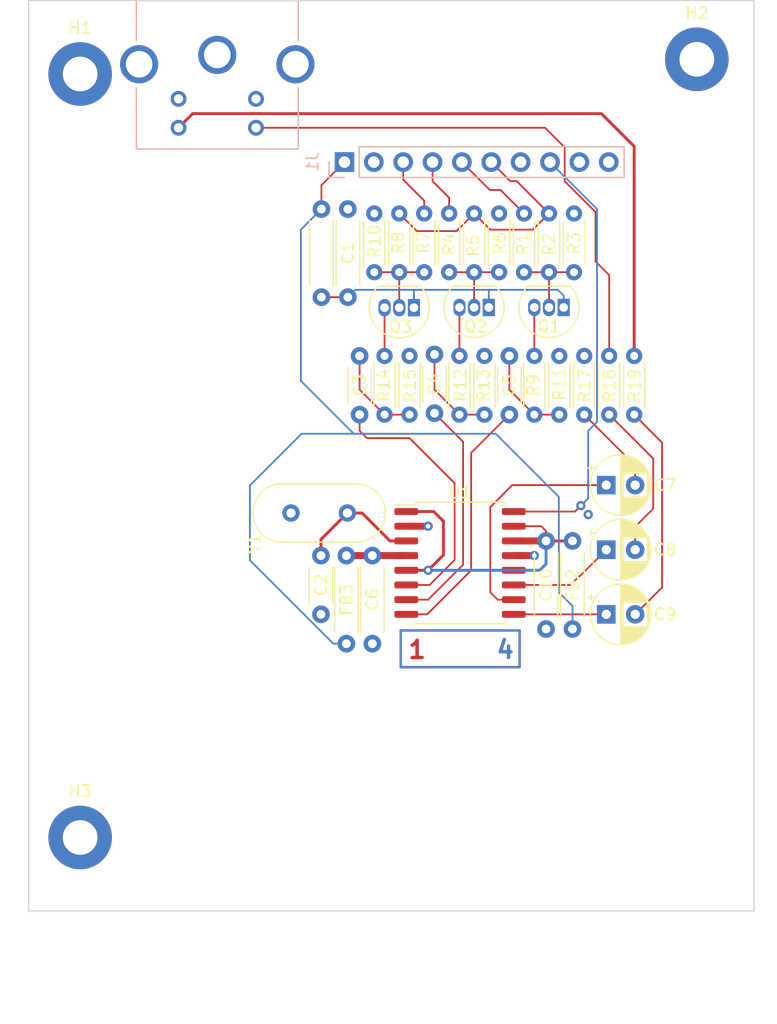
<source format=kicad_pcb>
(kicad_pcb (version 20221018) (generator pcbnew)
  (layers (0 "F.Cu" signal) (1 "In1.Cu" power) (2 "In2.Cu" power) (31 "B.Cu" signal) (34 "B.Paste" user) (35 "F.Paste" user) (36 "B.SilkS" user "B.Silkscreen") (37 "F.SilkS" user "F.Silkscreen") (38 "B.Mask" user) (39 "F.Mask" user) (44 "Edge.Cuts" user))
  (net 0 "")
  (net 1 "GNDD")
  (net 2 "/RIN")
  (net 3 "/GIN")
  (net 4 "/BIN")
  (net 5 "Net-(U1-FIN)")
  (net 6 "Net-(U1-RIN)")
  (net 7 "Net-(U1-GIN)")
  (net 8 "/Vc")
  (net 9 "/SYNC")
  (net 10 "/nSYNC")
  (net 11 "/LUMA")
  (net 12 "/CRMA")
  (net 13 "/CMPS")
  (net 14 "VCC")
  (net 15 "/G")
  (net 16 "/R")
  (net 17 "/B")
  (net 18 "/I")
  (net 19 "Net-(U1-BIN)")
  (net 20 "Net-(U1-CMPS)")
  (net 21 "Net-(C7-Pad2)")
  (net 22 "Net-(U1-LUMA)")
  (net 23 "Net-(C8-Pad2)")
  (net 24 "Net-(Q1-C)")
  (net 25 "Net-(Q1-B)")
  (net 26 "Net-(Q1-E)")
  (net 27 "Net-(Q3-B)")
  (net 28 "Net-(Q3-E)")
  (net 29 "Net-(U1-CRMA)")
  (net 30 "Net-(C9-Pad2)")
  (net 31 "Net-(Q2-B)")
  (net 32 "Net-(Q2-E)")
  (net 33 "/DPOS")
  (net 34 "/APOS")
  (footprint "Resistor_THT:R_Axial_DIN0204_L3.6mm_D1.6mm_P5.08mm_Horizontal" (layer "F.Cu") (at 95.798 71.755 90)
    (fp_text reference "R7" (at 2.562 -0.05 90) (layer "F.SilkS"))
    (fp_text value "3K9")
    (pad "1" thru_hole circle (at 0 0 90) (size 1.4 1.4) (drill 0.7) (layers "*.Cu" "*.Mask") (net 27 "Net-(Q3-B)"))
    (pad "2" thru_hole oval (at 5.08 0 90) (size 1.4 1.4) (drill 0.7) (layers "*.Cu" "*.Mask") (net 16 "/R"))
  )
  (footprint "Cobra_original:C_THT_762_254" (layer "F.Cu") (at 89.194 73.914 90)
    (fp_text reference "C1" (at 3.81 0 90) (layer "F.SilkS"))
    (fp_text value "100n")
    (pad "1" thru_hole circle (at 0 0 90) (size 1.524 1.524) (drill 0.762) (layers "*.Cu" "*.Mask") (net 24 "Net-(Q1-C)"))
    (pad "2" thru_hole circle (at 7.62 0 90) (size 1.524 1.524) (drill 0.762) (layers "*.Cu" "*.Mask") (net 1 "GNDD"))
  )
  (footprint "Resistor_THT:R_Axial_DIN0204_L3.6mm_D1.6mm_P5.08mm_Horizontal" (layer "F.Cu") (at 100.116 71.755 90)
    (fp_text reference "R5" (at 2.308 -0.1 90) (layer "F.SilkS"))
    (fp_text value "18K")
    (pad "1" thru_hole circle (at 0 0 90) (size 1.4 1.4) (drill 0.7) (layers "*.Cu" "*.Mask") (net 31 "Net-(Q2-B)"))
    (pad "2" thru_hole oval (at 5.08 0 90) (size 1.4 1.4) (drill 0.7) (layers "*.Cu" "*.Mask") (net 18 "/I"))
  )
  (footprint "Cobra_original:C_THT_508_254" (layer "F.Cu") (at 86.868 101.346 90)
    (fp_text reference "C2" (at 2.54 0 90) (layer "F.SilkS"))
    (fp_text value "10p")
    (pad "1" thru_hole circle (at 0 0 90) (size 1.524 1.524) (drill 0.762) (layers "*.Cu" "*.Mask") (net 1 "GNDD"))
    (pad "2" thru_hole circle (at 5.08 0 90) (size 1.524 1.524) (drill 0.762) (layers "*.Cu" "*.Mask") (net 5 "Net-(U1-FIN)"))
  )
  (footprint "cobra_soics:SOIC-16W_7.5x10.3mm_P1.27mm" (layer "F.Cu") (at 98.895 96.901)
    (fp_text reference "U1" (at 0 -6.1) (layer "F.SilkS"))
    (fp_text value "~")
    (pad "1" smd roundrect (at -4.65 -4.445) (size 2.05 0.6) (layers "F.Cu" "F.Paste" "F.Mask") (net 33 "/DPOS"))
    (pad "2" smd roundrect (at -4.65 -3.175) (size 2.05 0.6) (layers "F.Cu" "F.Paste" "F.Mask") (net 1 "GNDD"))
    (pad "3" smd roundrect (at -4.65 -1.905) (size 2.05 0.6) (layers "F.Cu" "F.Paste" "F.Mask") (net 5 "Net-(U1-FIN)"))
    (pad "4" smd roundrect (at -4.65 -0.635) (size 2.05 0.6) (layers "F.Cu" "F.Paste" "F.Mask") (net 34 "/APOS"))
    (pad "5" smd roundrect (at -4.65 0.635) (size 2.05 0.6) (layers "F.Cu" "F.Paste" "F.Mask") (net 33 "/DPOS"))
    (pad "6" smd roundrect (at -4.65 1.905) (size 2.05 0.6) (layers "F.Cu" "F.Paste" "F.Mask") (net 6 "Net-(U1-RIN)"))
    (pad "7" smd roundrect (at -4.65 3.175) (size 2.05 0.6) (layers "F.Cu" "F.Paste" "F.Mask") (net 7 "Net-(U1-GIN)"))
    (pad "8" smd roundrect (at -4.65 4.445) (size 2.05 0.6) (layers "F.Cu" "F.Paste" "F.Mask") (net 19 "Net-(U1-BIN)"))
    (pad "9" smd roundrect (at 4.65 4.445) (size 2.05 0.6) (layers "F.Cu" "F.Paste" "F.Mask") (net 29 "Net-(U1-CRMA)"))
    (pad "10" smd roundrect (at 4.65 3.175) (size 2.05 0.6) (layers "F.Cu" "F.Paste" "F.Mask") (net 20 "Net-(U1-CMPS)"))
    (pad "11" smd roundrect (at 4.65 1.905) (size 2.05 0.6) (layers "F.Cu" "F.Paste" "F.Mask") (net 22 "Net-(U1-LUMA)"))
    (pad "12" smd roundrect (at 4.65 0.635) (size 2.05 0.6) (layers "F.Cu" "F.Paste" "F.Mask") (net 33 "/DPOS"))
    (pad "13" smd roundrect (at 4.65 -0.635) (size 2.05 0.6) (layers "F.Cu" "F.Paste" "F.Mask") (net 1 "GNDD"))
    (pad "14" smd roundrect (at 4.65 -1.905) (size 2.05 0.6) (layers "F.Cu" "F.Paste" "F.Mask") (net 33 "/DPOS"))
    (pad "15" smd roundrect (at 4.65 -3.175) (size 2.05 0.6) (layers "F.Cu" "F.Paste" "F.Mask") (net 33 "/DPOS"))
    (pad "16" smd roundrect (at 4.65 -4.445) (size 2.05 0.6) (layers "F.Cu" "F.Paste" "F.Mask") (net 9 "/SYNC"))
  )
  (footprint "Capacitor_THT:CP_Radial_D5.0mm_P2.50mm" (layer "F.Cu") (at 111.546 95.758)
    (fp_text reference "C8" (at 5.08 0) (layer "F.SilkS"))
    (fp_text value "100u")
    (pad "1" thru_hole rect (at 0 0) (size 1.6 1.6) (drill 0.8) (layers "*.Cu" "*.Mask") (net 22 "Net-(U1-LUMA)"))
    (pad "2" thru_hole circle (at 2.5 0) (size 1.6 1.6) (drill 0.8) (layers "*.Cu" "*.Mask") (net 23 "Net-(C8-Pad2)"))
  )
  (footprint "Cobra_original:C_THT_508_254" (layer "F.Cu") (at 90.21 78.994 -90)
    (fp_text reference "C3" (at 2.54 0 90) (layer "F.SilkS"))
    (fp_text value "100n")
    (pad "1" thru_hole circle (at 0 0 270) (size 1.524 1.524) (drill 0.762) (layers "*.Cu" "*.Mask") (net 2 "/RIN"))
    (pad "2" thru_hole circle (at 5.08 0 270) (size 1.524 1.524) (drill 0.762) (layers "*.Cu" "*.Mask") (net 6 "Net-(U1-RIN)"))
  )
  (footprint "Resistor_THT:R_Axial_DIN0204_L3.6mm_D1.6mm_P5.08mm_Horizontal" (layer "F.Cu") (at 102.275 66.675 -90)
    (fp_text reference "R6" (at 2.562 -0.075 90) (layer "F.SilkS"))
    (fp_text value "2K2")
    (pad "1" thru_hole circle (at 0 0 270) (size 1.4 1.4) (drill 0.7) (layers "*.Cu" "*.Mask") (net 1 "GNDD"))
    (pad "2" thru_hole oval (at 5.08 0 270) (size 1.4 1.4) (drill 0.7) (layers "*.Cu" "*.Mask") (net 31 "Net-(Q2-B)"))
  )
  (footprint "Resistor_THT:R_Axial_DIN0204_L3.6mm_D1.6mm_P5.08mm_Horizontal" (layer "F.Cu") (at 108.752 66.675 -90)
    (fp_text reference "R3" (at 2.562 -0.023 90) (layer "F.SilkS"))
    (fp_text value "2K2")
    (pad "1" thru_hole circle (at 0 0 270) (size 1.4 1.4) (drill 0.7) (layers "*.Cu" "*.Mask") (net 1 "GNDD"))
    (pad "2" thru_hole oval (at 5.08 0 270) (size 1.4 1.4) (drill 0.7) (layers "*.Cu" "*.Mask") (net 25 "Net-(Q1-B)"))
  )
  (footprint "Resistor_THT:R_Axial_DIN0204_L3.6mm_D1.6mm_P5.08mm_Horizontal" (layer "F.Cu") (at 111.8 84.074 90)
    (fp_text reference "R18" (at 2.504 0.027 90) (layer "F.SilkS"))
    (fp_text value "75")
    (pad "1" thru_hole circle (at 0 0 90) (size 1.4 1.4) (drill 0.7) (layers "*.Cu" "*.Mask") (net 23 "Net-(C8-Pad2)"))
    (pad "2" thru_hole oval (at 5.08 0 90) (size 1.4 1.4) (drill 0.7) (layers "*.Cu" "*.Mask") (net 11 "/LUMA"))
  )
  (footprint "Cobra_original:C_THT_762_254" (layer "F.Cu") (at 89.067 96.266 -90)
    (fp_text reference "FB3" (at 3.81 0 90) (layer "F.SilkS"))
    (fp_text value "FerriteBead_Small")
    (pad "1" thru_hole circle (at 0 0 270) (size 1.524 1.524) (drill 0.762) (layers "*.Cu" "*.Mask") (net 34 "/APOS"))
    (pad "2" thru_hole circle (at 7.62 0 270) (size 1.524 1.524) (drill 0.762) (layers "*.Cu" "*.Mask") (net 14 "VCC"))
  )
  (footprint "Cobra_original:C_THT_508_254" (layer "F.Cu") (at 103.164 78.994 -90)
    (fp_text reference "C5" (at 2.54 0 90) (layer "F.SilkS"))
    (fp_text value "100n")
    (pad "1" thru_hole circle (at 0 0 270) (size 1.524 1.524) (drill 0.762) (layers "*.Cu" "*.Mask") (net 4 "/BIN"))
    (pad "2" thru_hole circle (at 5.08 0 270) (size 1.524 1.524) (drill 0.762) (layers "*.Cu" "*.Mask") (net 19 "Net-(U1-BIN)"))
  )
  (footprint "Resistor_THT:R_Axial_DIN0204_L3.6mm_D1.6mm_P5.08mm_Horizontal" (layer "F.Cu") (at 106.593 71.755 90)
    (fp_text reference "R2" (at 2.413 0 90) (layer "F.SilkS"))
    (fp_text value "18K")
    (pad "1" thru_hole circle (at 0 0 90) (size 1.4 1.4) (drill 0.7) (layers "*.Cu" "*.Mask") (net 25 "Net-(Q1-B)"))
    (pad "2" thru_hole oval (at 5.08 0 90) (size 1.4 1.4) (drill 0.7) (layers "*.Cu" "*.Mask") (net 18 "/I"))
  )
  (footprint "Cobra_original:C_THT_508_254" (layer "F.Cu") (at 96.687 78.867 -90)
    (fp_text reference "C4" (at 2.54 0 90) (layer "F.SilkS"))
    (fp_text value "100n")
    (pad "1" thru_hole circle (at 0 0 270) (size 1.524 1.524) (drill 0.762) (layers "*.Cu" "*.Mask") (net 3 "/GIN"))
    (pad "2" thru_hole circle (at 5.08 0 270) (size 1.524 1.524) (drill 0.762) (layers "*.Cu" "*.Mask") (net 7 "Net-(U1-GIN)"))
  )
  (footprint "Resistor_THT:R_Axial_DIN0204_L3.6mm_D1.6mm_P5.08mm_Horizontal" (layer "F.Cu") (at 113.959 84.074 90)
    (fp_text reference "R19" (at 2.504 0.027 90) (layer "F.SilkS"))
    (fp_text value "75")
    (pad "1" thru_hole circle (at 0 0 90) (size 1.4 1.4) (drill 0.7) (layers "*.Cu" "*.Mask") (net 30 "Net-(C9-Pad2)"))
    (pad "2" thru_hole oval (at 5.08 0 90) (size 1.4 1.4) (drill 0.7) (layers "*.Cu" "*.Mask") (net 12 "/CRMA"))
  )
  (footprint "Resistor_THT:R_Axial_DIN0204_L3.6mm_D1.6mm_P5.08mm_Horizontal" (layer "F.Cu") (at 107.482 84.074 90)
    (fp_text reference "R11" (at 2.66 0.002 90) (layer "F.SilkS"))
    (fp_text value "75")
    (pad "1" thru_hole circle (at 0 0 90) (size 1.4 1.4) (drill 0.7) (layers "*.Cu" "*.Mask") (net 4 "/BIN"))
    (pad "2" thru_hole oval (at 5.08 0 90) (size 1.4 1.4) (drill 0.7) (layers "*.Cu" "*.Mask") (net 1 "GNDD"))
  )
  (footprint "Resistor_THT:R_Axial_DIN0204_L3.6mm_D1.6mm_P5.08mm_Horizontal" (layer "F.Cu") (at 92.369 78.994 -90)
    (fp_text reference "R14" (at 2.533 0.077 90) (layer "F.SilkS"))
    (fp_text value "68")
    (pad "1" thru_hole circle (at 0 0 270) (size 1.4 1.4) (drill 0.7) (layers "*.Cu" "*.Mask") (net 28 "Net-(Q3-E)"))
    (pad "2" thru_hole oval (at 5.08 0 270) (size 1.4 1.4) (drill 0.7) (layers "*.Cu" "*.Mask") (net 2 "/RIN"))
  )
  (footprint "Capacitor_THT:CP_Radial_D5.0mm_P2.50mm" (layer "F.Cu") (at 111.546 90.17)
    (fp_text reference "C7" (at 5.08 0) (layer "F.SilkS"))
    (fp_text value "100u")
    (pad "1" thru_hole rect (at 0 0) (size 1.6 1.6) (drill 0.8) (layers "*.Cu" "*.Mask") (net 20 "Net-(U1-CMPS)"))
    (pad "2" thru_hole circle (at 2.5 0) (size 1.6 1.6) (drill 0.8) (layers "*.Cu" "*.Mask") (net 21 "Net-(C7-Pad2)"))
  )
  (footprint "Cobra_original:MountingHole_3mm_Pad" (layer "F.Cu") (at 119.38 53.34)
    (fp_text reference "H2" (at 0 -4) (layer "F.SilkS"))
    (fp_text value "MountingHole_Pad")
    (pad "1" thru_hole circle (at 0 0) (size 5.5 5.5) (drill 3) (layers "*.Cu" "*.Mask") (net 1 "GNDD"))
  )
  (footprint "Package_TO_SOT_THT:TO-92_Inline" (layer "F.Cu") (at 94.909 74.824 180)
    (fp_text reference "Q3" (at 1.143 -1.651) (layer "F.SilkS"))
    (fp_text value "BC548")
    (pad "1" thru_hole rect (at 0 0 180) (size 1.05 1.5) (drill 0.75) (layers "*.Cu" "*.Mask") (net 24 "Net-(Q1-C)"))
    (pad "2" thru_hole oval (at 1.27 0 180) (size 1.05 1.5) (drill 0.75) (layers "*.Cu" "*.Mask") (net 27 "Net-(Q3-B)"))
    (pad "3" thru_hole oval (at 2.54 0 180) (size 1.05 1.5) (drill 0.75) (layers "*.Cu" "*.Mask") (net 28 "Net-(Q3-E)"))
  )
  (footprint "Resistor_THT:R_Axial_DIN0204_L3.6mm_D1.6mm_P5.08mm_Horizontal" (layer "F.Cu") (at 98.846 78.994 -90)
    (fp_text reference "R12" (at 2.533 -0.1 90) (layer "F.SilkS"))
    (fp_text value "68")
    (pad "1" thru_hole circle (at 0 0 270) (size 1.4 1.4) (drill 0.7) (layers "*.Cu" "*.Mask") (net 32 "Net-(Q2-E)"))
    (pad "2" thru_hole oval (at 5.08 0 270) (size 1.4 1.4) (drill 0.7) (layers "*.Cu" "*.Mask") (net 3 "/GIN"))
  )
  (footprint "Package_TO_SOT_THT:TO-92_Inline" (layer "F.Cu") (at 101.386 74.803 180)
    (fp_text reference "Q2" (at 1.143 -1.651) (layer "F.SilkS"))
    (fp_text value "BC548")
    (pad "1" thru_hole rect (at 0 0 180) (size 1.05 1.5) (drill 0.75) (layers "*.Cu" "*.Mask") (net 24 "Net-(Q1-C)"))
    (pad "2" thru_hole oval (at 1.27 0 180) (size 1.05 1.5) (drill 0.75) (layers "*.Cu" "*.Mask") (net 31 "Net-(Q2-B)"))
    (pad "3" thru_hole oval (at 2.54 0 180) (size 1.05 1.5) (drill 0.75) (layers "*.Cu" "*.Mask") (net 32 "Net-(Q2-E)"))
  )
  (footprint "Capacitor_THT:CP_Radial_D5.0mm_P2.50mm" (layer "F.Cu") (at 111.546 101.346)
    (fp_text reference "C9" (at 5.08 0) (layer "F.SilkS"))
    (fp_text value "100u")
    (pad "1" thru_hole rect (at 0 0) (size 1.6 1.6) (drill 0.8) (layers "*.Cu" "*.Mask") (net 29 "Net-(U1-CRMA)"))
    (pad "2" thru_hole circle (at 2.5 0) (size 1.6 1.6) (drill 0.8) (layers "*.Cu" "*.Mask") (net 30 "Net-(C9-Pad2)"))
  )
  (footprint "Resistor_THT:R_Axial_DIN0204_L3.6mm_D1.6mm_P5.08mm_Horizontal" (layer "F.Cu") (at 94.528 84.074 90)
    (fp_text reference "R15" (at 2.504 0.027 90) (layer "F.SilkS"))
    (fp_text value "75")
    (pad "1" thru_hole circle (at 0 0 90) (size 1.4 1.4) (drill 0.7) (layers "*.Cu" "*.Mask") (net 2 "/RIN"))
    (pad "2" thru_hole oval (at 5.08 0 90) (size 1.4 1.4) (drill 0.7) (layers "*.Cu" "*.Mask") (net 1 "GNDD"))
  )
  (footprint "Resistor_THT:R_Axial_DIN0204_L3.6mm_D1.6mm_P5.08mm_Horizontal" (layer "F.Cu") (at 97.957 71.755 90)
    (fp_text reference "R4" (at 2.435 0.002 90) (layer "F.SilkS"))
    (fp_text value "3K9")
    (pad "1" thru_hole circle (at 0 0 90) (size 1.4 1.4) (drill 0.7) (layers "*.Cu" "*.Mask") (net 31 "Net-(Q2-B)"))
    (pad "2" thru_hole oval (at 5.08 0 90) (size 1.4 1.4) (drill 0.7) (layers "*.Cu" "*.Mask") (net 15 "/G"))
  )
  (footprint "Cobra_original:C_THT_762_254" (layer "F.Cu") (at 106.339 94.996 -90)
    (fp_text reference "C10" (at 3.81 0 90) (layer "F.SilkS"))
    (fp_text value "100n")
    (pad "1" thru_hole circle (at 0 0 270) (size 1.524 1.524) (drill 0.762) (layers "*.Cu" "*.Mask") (net 33 "/DPOS"))
    (pad "2" thru_hole circle (at 7.62 0 270) (size 1.524 1.524) (drill 0.762) (layers "*.Cu" "*.Mask") (net 1 "GNDD"))
  )
  (footprint "Cobra_original:MountingHole_3mm_Pad" (layer "F.Cu") (at 66.04 120.65)
    (fp_text reference "H3" (at 0 -4) (layer "F.SilkS"))
    (fp_text value "MountingHole_Pad")
    (pad "1" thru_hole circle (at 0 0) (size 5.5 5.5) (drill 3) (layers "*.Cu" "*.Mask") (net 1 "GNDD"))
  )
  (footprint "Cobra_original:MountingHole_3mm_Pad" (layer "F.Cu") (at 66.04 54.61)
    (fp_text reference "H1" (at 0 -4) (layer "F.SilkS"))
    (fp_text value "MountingHole_Pad")
    (pad "1" thru_hole circle (at 0 0) (size 5.5 5.5) (drill 3) (layers "*.Cu" "*.Mask") (net 1 "GNDD"))
  )
  (footprint "Resistor_THT:R_Axial_DIN0204_L3.6mm_D1.6mm_P5.08mm_Horizontal" (layer "F.Cu") (at 109.641 84.074 90)
    (fp_text reference "R17" (at 2.504 0.027 90) (layer "F.SilkS"))
    (fp_text value "75")
    (pad "1" thru_hole circle (at 0 0 90) (size 1.4 1.4) (drill 0.7) (layers "*.Cu" "*.Mask") (net 21 "Net-(C7-Pad2)"))
    (pad "2" thru_hole oval (at 5.08 0 90) (size 1.4 1.4) (drill 0.7) (layers "*.Cu" "*.Mask") (net 13 "/CMPS"))
  )
  (footprint "Resistor_THT:R_Axial_DIN0204_L3.6mm_D1.6mm_P5.08mm_Horizontal" (layer "F.Cu") (at 91.48 66.675 -90)
    (fp_text reference "R10" (at 2.406 -0.023 90) (layer "F.SilkS"))
    (fp_text value "2K2")
    (pad "1" thru_hole circle (at 0 0 270) (size 1.4 1.4) (drill 0.7) (layers "*.Cu" "*.Mask") (net 1 "GNDD"))
    (pad "2" thru_hole oval (at 5.08 0 270) (size 1.4 1.4) (drill 0.7) (layers "*.Cu" "*.Mask") (net 27 "Net-(Q3-B)"))
  )
  (footprint "Package_TO_SOT_THT:TO-92_Inline" (layer "F.Cu") (at 107.863 74.803 180)
    (fp_text reference "Q1" (at 1.27 -1.63) (layer "F.SilkS"))
    (fp_text value "BC548")
    (pad "1" thru_hole rect (at 0 0 180) (size 1.05 1.5) (drill 0.75) (layers "*.Cu" "*.Mask") (net 24 "Net-(Q1-C)"))
    (pad "2" thru_hole oval (at 1.27 0 180) (size 1.05 1.5) (drill 0.75) (layers "*.Cu" "*.Mask") (net 25 "Net-(Q1-B)"))
    (pad "3" thru_hole oval (at 2.54 0 180) (size 1.05 1.5) (drill 0.75) (layers "*.Cu" "*.Mask") (net 26 "Net-(Q1-E)"))
  )
  (footprint "Cobra_original:C_THT_762_254" (layer "F.Cu") (at 91.313 96.266 -90)
    (fp_text reference "C6" (at 3.81 0 90) (layer "F.SilkS"))
    (fp_text value "100n")
    (pad "1" thru_hole circle (at 0 0 270) (size 1.524 1.524) (drill 0.762) (layers "*.Cu" "*.Mask") (net 34 "/APOS"))
    (pad "2" thru_hole circle (at 7.62 0 270) (size 1.524 1.524) (drill 0.762) (layers "*.Cu" "*.Mask") (net 1 "GNDD"))
  )
  (footprint "Resistor_THT:R_Axial_DIN0204_L3.6mm_D1.6mm_P5.08mm_Horizontal" (layer "F.Cu") (at 93.639 71.755 90)
    (fp_text reference "R8" (at 2.54 -0.073 90) (layer "F.SilkS"))
    (fp_text value "18K")
    (pad "1" thru_hole circle (at 0 0 90) (size 1.4 1.4) (drill 0.7) (layers "*.Cu" "*.Mask") (net 27 "Net-(Q3-B)"))
    (pad "2" thru_hole oval (at 5.08 0 90) (size 1.4 1.4) (drill 0.7) (layers "*.Cu" "*.Mask") (net 18 "/I"))
  )
  (footprint "Resistor_THT:R_Axial_DIN0204_L3.6mm_D1.6mm_P5.08mm_Horizontal" (layer "F.Cu") (at 101.005 84.074 90)
    (fp_text reference "R13" (at 2.533 -0.075 90) (layer "F.SilkS"))
    (fp_text value "75")
    (pad "1" thru_hole circle (at 0 0 90) (size 1.4 1.4) (drill 0.7) (layers "*.Cu" "*.Mask") (net 3 "/GIN"))
    (pad "2" thru_hole oval (at 5.08 0 90) (size 1.4 1.4) (drill 0.7) (layers "*.Cu" "*.Mask") (net 1 "GNDD"))
  )
  (footprint "Crystal:Crystal_HC49-4H_Vertical" (layer "F.Cu") (at 89.154 92.583 180)
    (fp_text reference "Y1" (at 8.038 -2.667 90) (layer "F.SilkS"))
    (fp_text value "17.73448")
    (pad "1" thru_hole circle (at 0 0 180) (size 1.5 1.5) (drill 0.8) (layers "*.Cu" "*.Mask") (net 5 "Net-(U1-FIN)"))
    (pad "2" thru_hole circle (at 4.88 0 180) (size 1.5 1.5) (drill 0.8) (layers "*.Cu" "*.Mask") (net 1 "GNDD"))
  )
  (footprint "Resistor_THT:R_Axial_DIN0204_L3.6mm_D1.6mm_P5.08mm_Horizontal" (layer "F.Cu") (at 104.434 71.755 90)
    (fp_text reference "R1" (at 2.435 -0.073 90) (layer "F.SilkS"))
    (fp_text value "3K9")
    (pad "1" thru_hole circle (at 0 0 90) (size 1.4 1.4) (drill 0.7) (layers "*.Cu" "*.Mask") (net 25 "Net-(Q1-B)"))
    (pad "2" thru_hole oval (at 5.08 0 90) (size 1.4 1.4) (drill 0.7) (layers "*.Cu" "*.Mask") (net 17 "/B"))
  )
  (footprint "Resistor_THT:R_Axial_DIN0204_L3.6mm_D1.6mm_P5.08mm_Horizontal" (layer "F.Cu") (at 105.323 78.994 -90)
    (fp_text reference "R9" (at 2.533 0.079 90) (layer "F.SilkS"))
    (fp_text value "68")
    (pad "1" thru_hole circle (at 0 0 270) (size 1.4 1.4) (drill 0.7) (layers "*.Cu" "*.Mask") (net 26 "Net-(Q1-E)"))
    (pad "2" thru_hole oval (at 5.08 0 270) (size 1.4 1.4) (drill 0.7) (layers "*.Cu" "*.Mask") (net 4 "/BIN"))
  )
  (footprint "Cobra_original:C_THT_762_254" (layer "F.Cu") (at 86.908 73.914 90)
    (fp_text reference "FB1" hide)
    (fp_text value "FerriteBead_Small")
    (pad "1" thru_hole circle (at 0 0 90) (size 1.524 1.524) (drill 0.762) (layers "*.Cu" "*.Mask") (net 24 "Net-(Q1-C)"))
    (pad "2" thru_hole circle (at 7.62 0 90) (size 1.524 1.524) (drill 0.762) (layers "*.Cu" "*.Mask") (net 14 "VCC"))
  )
  (footprint "Cobra_original:C_THT_762_254" (layer "F.Cu") (at 108.625 94.996 -90)
    (fp_text reference "FB2" (at 3.81 0 90) (layer "F.SilkS"))
    (fp_text value "FerriteBead_Small")
    (pad "1" thru_hole circle (at 0 0 270) (size 1.524 1.524) (drill 0.762) (layers "*.Cu" "*.Mask") (net 33 "/DPOS"))
    (pad "2" thru_hole circle (at 7.62 0 270) (size 1.524 1.524) (drill 0.762) (layers "*.Cu" "*.Mask") (net 14 "VCC"))
  )
  (footprint "Connector_PinSocket_2.54mm:PinSocket_1x10_P2.54mm_Vertical" (layer "B.Cu") (at 88.9 62.23 -90)
    (fp_text reference "J1" (at 0 2.77 90) (layer "B.SilkS") (effects (justify mirror)))
    (fp_text value "Conn_01x10")
    (pad "1" thru_hole rect (at 0 0 270) (size 1.7 1.7) (drill 1) (layers "*.Cu" "*.Mask") (net 14 "VCC"))
    (pad "2" thru_hole oval (at 0 -2.54 270) (size 1.7 1.7) (drill 1) (layers "*.Cu" "*.Mask") (net 1 "GNDD"))
    (pad "3" thru_hole oval (at 0 -5.08 270) (size 1.7 1.7) (drill 1) (layers "*.Cu" "*.Mask") (net 16 "/R"))
    (pad "4" thru_hole oval (at 0 -7.62 270) (size 1.7 1.7) (drill 1) (layers "*.Cu" "*.Mask") (net 15 "/G"))
    (pad "5" thru_hole oval (at 0 -10.16 270) (size 1.7 1.7) (drill 1) (layers "*.Cu" "*.Mask") (net 17 "/B"))
    (pad "6" thru_hole oval (at 0 -12.7 270) (size 1.7 1.7) (drill 1) (layers "*.Cu" "*.Mask") (net 18 "/I"))
    (pad "7" thru_hole oval (at 0 -15.24 270) (size 1.7 1.7) (drill 1) (layers "*.Cu" "*.Mask") (net 8 "/Vc"))
    (pad "8" thru_hole oval (at 0 -17.78 270) (size 1.7 1.7) (drill 1) (layers "*.Cu" "*.Mask") (net 9 "/SYNC"))
    (pad "9" thru_hole oval (at 0 -20.32 270) (size 1.7 1.7) (drill 1) (layers "*.Cu" "*.Mask") (net 10 "/nSYNC"))
    (pad "10" thru_hole oval (at 0 -22.86 270) (size 1.7 1.7) (drill 1) (layers "*.Cu" "*.Mask") (net 1 "GNDD"))
  )
  (footprint "svideo:S-Video" (layer "B.Cu") (at 77.899 52.959 180)
    (fp_text reference "J2" hide)
    (fp_text value "Mini-DIN-4" hide)
    (pad "0" thru_hole circle (at -6.76 -0.81 180) (size 3.3 3.3) (drill 2.3) (layers "*.Cu" "*.Mask"))
    (pad "0" thru_hole circle (at 0 0 180) (size 3.3 3.3) (drill 2.3) (layers "*.Cu" "*.Mask"))
    (pad "0" thru_hole circle (at 6.76 -0.81 180) (size 3.3 3.3) (drill 2.3) (layers "*.Cu" "*.Mask"))
    (pad "1" thru_hole circle (at -3.35 -3.8 180) (size 1.37 1.37) (drill 0.8) (layers "*.Cu" "*.Mask") (net 1 "GNDD"))
    (pad "2" thru_hole circle (at 3.35 -3.8 180) (size 1.37 1.37) (drill 0.8) (layers "*.Cu" "*.Mask") (net 1 "GNDD"))
    (pad "3" thru_hole circle (at -3.35 -6.3 180) (size 1.37 1.37) (drill 0.8) (layers "*.Cu" "*.Mask") (net 11 "/LUMA"))
    (pad "4" thru_hole circle (at 3.35 -6.3 180) (size 1.37 1.37) (drill 0.8) (layers "*.Cu" "*.Mask") (net 12 "/CRMA"))
  )
  (gr_rect (start 93.766 102.743) (end 104.053 105.918) (stroke (width 0.2)) (fill none) (layer "F.Cu"))
  (gr_rect (start 93.766 102.743) (end 104.053 105.918) (stroke (width 0.2)) (fill none) (layer "B.Cu"))
  (gr_line (start 124.333 48.26) (end 124.333 127) (stroke (width 0.1)) (layer "Edge.Cuts"))
  (gr_line (start 61.595 127) (end 61.595 48.26) (stroke (width 0.1)) (layer "Edge.Cuts"))
  (gr_line (start 124.333 127) (end 61.595 127) (stroke (width 0.1)) (layer "Edge.Cuts"))
  (gr_line (start 61.595 48.26) (end 124.333 48.26) (stroke (width 0.1)) (layer "Edge.Cuts"))
  (gr_text "1" (at 94.274 105.283) (layer "F.Cu") (effects (font (size 1.5 1.5) (thickness 0.3) bold) (justify left bottom)))
  (gr_text "4" (at 101.894 105.283) (layer "B.Cu") (effects (font (size 1.5 1.5) (thickness 0.3) bold) (justify left bottom)))
  (segment (start 96.139 93.726) (end 94.245 93.726) (width 0.6) (layer "F.Cu") (net 1))
  (segment (start 103.545 96.266) (end 105.323 96.266) (width 0.6) (layer "F.Cu") (net 1))
  (via (at 96.139 93.726) (size 0.8) (drill 0.4) (layers "F.Cu" "B.Cu") (net 1))
  (via (at 105.323 96.266) (size 0.8) (drill 0.4) (layers "F.Cu" "B.Cu") (net 1))
  (via (at 109.986866 92.715839) (size 0.8) (drill 0.4) (layers "F.Cu" "B.Cu") (net 1))
  (segment (start 90.21 81.915) (end 92.369 84.074) (width 0.1524) (layer "F.Cu") (net 2))
  (segment (start 90.21 78.994) (end 90.21 81.915) (width 0.1524) (layer "F.Cu") (net 2))
  (segment (start 92.369 84.074) (end 94.528 84.074) (width 0.1524) (layer "F.Cu") (net 2))
  (segment (start 96.687 81.915) (end 98.846 84.074) (width 0.1524) (layer "F.Cu") (net 3))
  (segment (start 98.846 84.074) (end 101.005 84.074) (width 0.1524) (layer "F.Cu") (net 3))
  (segment (start 96.687 78.867) (end 96.687 81.915) (width 0.1524) (layer "F.Cu") (net 3))
  (segment (start 103.164 81.915) (end 105.323 84.074) (width 0.1524) (layer "F.Cu") (net 4))
  (segment (start 105.323 84.074) (end 107.482 84.074) (width 0.1524) (layer "F.Cu") (net 4))
  (segment (start 103.164 78.994) (end 103.164 81.915) (width 0.1524) (layer "F.Cu") (net 4))
  (segment (start 90.424 92.583) (end 92.837 94.996) (width 0.25) (layer "F.Cu") (net 5))
  (segment (start 92.837 94.996) (end 94.245 94.996) (width 0.25) (layer "F.Cu") (net 5))
  (segment (start 86.868 96.266) (end 86.868 94.869) (width 0.25) (layer "F.Cu") (net 5))
  (segment (start 89.154 92.583) (end 90.424 92.583) (width 0.25) (layer "F.Cu") (net 5))
  (segment (start 86.868 94.869) (end 89.154 92.583) (width 0.25) (layer "F.Cu") (net 5))
  (segment (start 98.425 90.003) (end 98.425 96.647) (width 0.1524) (layer "F.Cu") (net 6))
  (segment (start 94.528 86.106) (end 98.425 90.003) (width 0.1524) (layer "F.Cu") (net 6))
  (segment (start 90.21 84.074) (end 90.21 85.471) (width 0.1524) (layer "F.Cu") (net 6))
  (segment (start 98.425 96.647) (end 96.266 98.806) (width 0.1524) (layer "F.Cu") (net 6))
  (segment (start 96.266 98.806) (end 94.245 98.806) (width 0.1524) (layer "F.Cu") (net 6))
  (segment (start 90.845 86.106) (end 94.528 86.106) (width 0.1524) (layer "F.Cu") (net 6))
  (segment (start 90.21 85.471) (end 90.845 86.106) (width 0.1524) (layer "F.Cu") (net 6))
  (segment (start 99.1616 86.4216) (end 96.687 83.947) (width 0.1524) (layer "F.Cu") (net 7))
  (segment (start 94.245 100.076) (end 96.139 100.076) (width 0.1524) (layer "F.Cu") (net 7))
  (segment (start 96.139 100.076) (end 99.1616 97.0534) (width 0.1524) (layer "F.Cu") (net 7))
  (segment (start 99.1616 97.0534) (end 99.1616 86.4216) (width 0.1524) (layer "F.Cu") (net 7))
  (segment (start 106.299 92.456) (end 103.545 92.456) (width 0.1524) (layer "F.Cu") (net 9))
  (segment (start 109.347 91.948) (end 108.839 92.456) (width 0.1524) (layer "F.Cu") (net 9))
  (segment (start 108.839 92.456) (end 106.299 92.456) (width 0.1524) (layer "F.Cu") (net 9))
  (via (at 109.347 91.948) (size 0.8) (drill 0.4) (layers "F.Cu" "B.Cu") (net 9))
  (segment (start 110.744 84.709) (end 110.744 66.294) (width 0.1524) (layer "B.Cu") (net 9))
  (segment (start 110.744 66.294) (end 106.68 62.23) (width 0.1524) (layer "B.Cu") (net 9))
  (segment (start 109.347 91.948) (end 109.982 91.313) (width 0.1524) (layer "B.Cu") (net 9))
  (segment (start 109.982 85.471) (end 110.744 84.709) (width 0.1524) (layer "B.Cu") (net 9))
  (segment (start 109.982 91.313) (end 109.982 85.471) (width 0.1524) (layer "B.Cu") (net 9))
  (segment (start 107.95 63.881) (end 107.95 60.96) (width 0.1524) (layer "F.Cu") (net 11))
  (segment (start 106.249 59.259) (end 81.249 59.259) (width 0.1524) (layer "F.Cu") (net 11))
  (segment (start 107.95 60.96) (end 106.249 59.259) (width 0.1524) (layer "F.Cu") (net 11))
  (segment (start 111.8 72.009) (end 110.617 70.826) (width 0.1524) (layer "F.Cu") (net 11))
  (segment (start 111.8 78.994) (end 111.8 72.009) (width 0.1524) (layer "F.Cu") (net 11))
  (segment (start 110.617 66.548) (end 107.95 63.881) (width 0.1524) (layer "F.Cu") (net 11))
  (segment (start 110.617 70.826) (end 110.617 66.548) (width 0.1524) (layer "F.Cu") (net 11))
  (segment (start 113.959 60.873) (end 111.125 58.039) (width 0.25) (layer "F.Cu") (net 12))
  (segment (start 111.125 58.039) (end 75.769 58.039) (width 0.25) (layer "F.Cu") (net 12))
  (segment (start 113.959 78.994) (end 113.959 60.873) (width 0.25) (layer "F.Cu") (net 12))
  (segment (start 75.769 58.039) (end 74.549 59.259) (width 0.25) (layer "F.Cu") (net 12))
  (segment (start 86.908 66.294) (end 86.908 64.222) (width 0.1524) (layer "F.Cu") (net 14))
  (segment (start 86.908 64.222) (end 88.9 62.23) (width 0.1524) (layer "F.Cu") (net 14))
  (segment (start 85.13 81.153) (end 85.13 68.072) (width 0.1524) (layer "B.Cu") (net 14))
  (segment (start 85.1916 85.725) (end 80.7212 90.1954) (width 0.1524) (layer "B.Cu") (net 14))
  (segment (start 85.13 68.072) (end 86.908 66.294) (width 0.1524) (layer "B.Cu") (net 14))
  (segment (start 97.83 85.725) (end 89.702 85.725) (width 0.1524) (layer "B.Cu") (net 14))
  (segment (start 108.625 100.624) (end 108.625 102.616) (width 0.1524) (layer "B.Cu") (net 14))
  (segment (start 97.83 85.725) (end 101.981 85.725) (width 0.1524) (layer "B.Cu") (net 14))
  (segment (start 80.7212 90.1954) (end 80.7212 96.667437) (width 0.1524) (layer "B.Cu") (net 14))
  (segment (start 80.7212 96.667437) (end 87.939763 103.886) (width 0.1524) (layer "B.Cu") (net 14))
  (segment (start 107.442 91.186) (end 107.442 99.441) (width 0.1524) (layer "B.Cu") (net 14))
  (segment (start 107.442 99.441) (end 108.625 100.624) (width 0.1524) (layer "B.Cu") (net 14))
  (segment (start 97.83 85.725) (end 85.1916 85.725) (width 0.1524) (layer "B.Cu") (net 14))
  (segment (start 101.981 85.725) (end 107.442 91.186) (width 0.1524) (layer "B.Cu") (net 14))
  (segment (start 89.702 85.725) (end 85.13 81.153) (width 0.1524) (layer "B.Cu") (net 14))
  (segment (start 87.939763 103.886) (end 89.067 103.886) (width 0.1524) (layer "B.Cu") (net 14))
  (segment (start 96.52 63.881) (end 96.52 62.23) (width 0.1524) (layer "F.Cu") (net 15))
  (segment (start 97.957 65.318) (end 96.52 63.881) (width 0.1524) (layer "F.Cu") (net 15))
  (segment (start 97.957 66.675) (end 97.957 65.318) (width 0.1524) (layer "F.Cu") (net 15))
  (segment (start 95.798 65.572) (end 93.98 63.754) (width 0.1524) (layer "F.Cu") (net 16))
  (segment (start 95.798 66.675) (end 95.798 65.572) (width 0.1524) (layer "F.Cu") (net 16))
  (segment (start 93.98 63.754) (end 93.98 62.23) (width 0.1524) (layer "F.Cu") (net 16))
  (segment (start 101.473 64.643) (end 99.06 62.23) (width 0.1524) (layer "F.Cu") (net 17))
  (segment (start 104.434 66.675) (end 102.402 64.643) (width 0.1524) (layer "F.Cu") (net 17))
  (segment (start 102.402 64.643) (end 101.473 64.643) (width 0.1524) (layer "F.Cu") (net 17))
  (segment (start 101.513 68.072) (end 100.116 66.675) (width 0.1524) (layer "F.Cu") (net 18))
  (segment (start 100.116 66.675) (end 98.592 68.199) (width 0.1524) (layer "F.Cu") (net 18))
  (segment (start 106.593 66.675) (end 103.799 63.881) (width 0.1524) (layer "F.Cu") (net 18))
  (segment (start 105.196 68.072) (end 101.513 68.072) (width 0.1524) (layer "F.Cu") (net 18))
  (segment (start 95.163 68.199) (end 93.639 66.675) (width 0.1524) (layer "F.Cu") (net 18))
  (segment (start 106.593 66.675) (end 105.196 68.072) (width 0.1524) (layer "F.Cu") (net 18))
  (segment (start 103.799 63.881) (end 103.251 63.881) (width 0.1524) (layer "F.Cu") (net 18))
  (segment (start 103.251 63.881) (end 101.6 62.23) (width 0.1524) (layer "F.Cu") (net 18))
  (segment (start 98.592 68.199) (end 95.163 68.199) (width 0.1524) (layer "F.Cu") (net 18))
  (segment (start 94.245 101.346) (end 96.052 101.346) (width 0.1524) (layer "F.Cu") (net 19))
  (segment (start 99.862 97.536) (end 99.862 87.376) (width 0.1524) (layer "F.Cu") (net 19))
  (segment (start 99.862 87.376) (end 103.164 84.074) (width 0.1524) (layer "F.Cu") (net 19))
  (segment (start 96.052 101.346) (end 99.862 97.536) (width 0.1524) (layer "F.Cu") (net 19))
  (segment (start 103.545 100.076) (end 102.148 100.076) (width 0.1524) (layer "F.Cu") (net 20))
  (segment (start 101.513 99.441) (end 101.513 92.075) (width 0.1524) (layer "F.Cu") (net 20))
  (segment (start 102.148 100.076) (end 101.513 99.441) (width 0.1524) (layer "F.Cu") (net 20))
  (segment (start 101.513 92.075) (end 103.418 90.17) (width 0.1524) (layer "F.Cu") (net 20))
  (segment (start 103.418 90.17) (end 111.546 90.17) (width 0.1524) (layer "F.Cu") (net 20))
  (segment (start 114.046 90.17) (end 114.046 88.479) (width 0.1524) (layer "F.Cu") (net 21))
  (segment (start 114.046 88.479) (end 109.641 84.074) (width 0.1524) (layer "F.Cu") (net 21))
  (segment (start 108.458 98.806) (end 109.22 98.044) (width 0.1524) (layer "F.Cu") (net 22))
  (segment (start 103.545 98.806) (end 108.458 98.806) (width 0.1524) (layer "F.Cu") (net 22))
  (segment (start 109.26 98.044) (end 111.546 95.758) (width 0.1524) (layer "F.Cu") (net 22))
  (segment (start 109.22 98.044) (end 109.26 98.044) (width 0.1524) (layer "F.Cu") (net 22))
  (segment (start 115.61 92.202) (end 115.61 87.884) (width 0.1524) (layer "F.Cu") (net 23))
  (segment (start 114.046 95.758) (end 114.046 93.766) (width 0.1524) (layer "F.Cu") (net 23))
  (segment (start 114.046 93.766) (end 115.61 92.202) (width 0.1524) (layer "F.Cu") (net 23))
  (segment (start 115.61 87.884) (end 111.8 84.074) (width 0.1524) (layer "F.Cu") (net 23))
  (segment (start 86.908 73.914) (end 89.194 73.914) (width 0.1524) (layer "F.Cu") (net 24))
  (segment (start 101.386 74.803) (end 101.386 73.279) (width 0.1524) (layer "B.Cu") (net 24))
  (segment (start 89.194 73.914) (end 89.829 73.279) (width 0.1524) (layer "B.Cu") (net 24))
  (segment (start 94.909 73.279) (end 101.386 73.279) (width 0.1524) (layer "B.Cu") (net 24))
  (segment (start 101.386 73.279) (end 107.355 73.279) (width 0.1524) (layer "B.Cu") (net 24))
  (segment (start 94.909 74.824) (end 94.909 73.279) (width 0.1524) (layer "B.Cu") (net 24))
  (segment (start 107.863 73.787) (end 107.863 74.803) (width 0.1524) (layer "B.Cu") (net 24))
  (segment (start 89.829 73.279) (end 94.909 73.279) (width 0.1524) (layer "B.Cu") (net 24))
  (segment (start 107.355 73.279) (end 107.863 73.787) (width 0.1524) (layer "B.Cu") (net 24))
  (segment (start 106.593 71.755) (end 106.593 74.803) (width 0.1524) (layer "F.Cu") (net 25))
  (segment (start 104.434 71.755) (end 106.593 71.755) (width 0.1524) (layer "F.Cu") (net 25))
  (segment (start 108.752 71.755) (end 106.593 71.755) (width 0.1524) (layer "F.Cu") (net 25))
  (segment (start 105.323 74.803) (end 105.323 78.994) (width 0.1524) (layer "F.Cu") (net 26))
  (segment (start 95.798 71.755) (end 93.639 71.755) (width 0.1524) (layer "F.Cu") (net 27))
  (segment (start 93.639 71.755) (end 91.48 71.755) (width 0.1524) (layer "F.Cu") (net 27))
  (segment (start 93.639 74.824) (end 93.639 71.755) (width 0.1524) (layer "F.Cu") (net 27))
  (segment (start 92.369 74.824) (end 92.369 78.994) (width 0.1524) (layer "F.Cu") (net 28))
  (segment (start 103.545 101.346) (end 111.546 101.346) (width 0.1524) (layer "F.Cu") (net 29))
  (segment (start 116.372 99.02) (end 116.372 86.487) (width 0.1524) (layer "F.Cu") (net 30))
  (segment (start 116.372 86.487) (end 113.959 84.074) (width 0.1524) (layer "F.Cu") (net 30))
  (segment (start 114.046 101.346) (end 116.372 99.02) (width 0.1524) (layer "F.Cu") (net 30))
  (segment (start 97.957 71.755) (end 100.116 71.755) (width 0.1524) (layer "F.Cu") (net 31))
  (segment (start 102.275 71.755) (end 100.116 71.755) (width 0.1524) (layer "F.Cu") (net 31))
  (segment (start 100.116 71.755) (end 100.116 74.803) (width 0.1524) (layer "F.Cu") (net 31))
  (segment (start 98.846 74.803) (end 98.846 78.994) (width 0.1524) (layer "F.Cu") (net 32))
  (segment (start 97.4598 96.2152) (end 97.4598 93.2942) (width 0.25) (layer "F.Cu") (net 33))
  (segment (start 105.831 97.536) (end 106.339 97.028) (width 0.1524) (layer "F.Cu") (net 33))
  (segment (start 105.918 93.726) (end 103.545 93.726) (width 0.1524) (layer "F.Cu") (net 33))
  (segment (start 96.139 97.536) (end 97.4598 96.2152) (width 0.25) (layer "F.Cu") (net 33))
  (segment (start 96.139 97.536) (end 94.245 97.536) (width 0.25) (layer "F.Cu") (net 33))
  (segment (start 103.545 97.536) (end 105.831 97.536) (width 0.1524) (layer "F.Cu") (net 33))
  (segment (start 106.339 94.996) (end 103.545 94.996) (width 0.6) (layer "F.Cu") (net 33))
  (segment (start 96.6216 92.456) (end 94.245 92.456) (width 0.25) (layer "F.Cu") (net 33))
  (segment (start 97.4598 93.2942) (end 96.6216 92.456) (width 0.25) (layer "F.Cu") (net 33))
  (segment (start 106.339 94.147) (end 105.918 93.726) (width 0.1524) (layer "F.Cu") (net 33))
  (segment (start 106.339 94.996) (end 106.339 94.147) (width 0.1524) (layer "F.Cu") (net 33))
  (segment (start 108.625 94.996) (end 106.339 94.996) (width 0.25) (layer "F.Cu") (net 33))
  (segment (start 106.339 97.028) (end 106.339 94.996) (width 0.1524) (layer "F.Cu") (net 33))
  (via (at 96.139 97.536) (size 0.8) (drill 0.4) (layers "F.Cu" "B.Cu") (net 33))
  (segment (start 106.339 96.988) (end 106.339 94.996) (width 0.25) (layer "B.Cu") (net 33))
  (segment (start 105.791 97.536) (end 106.339 96.988) (width 0.25) (layer "B.Cu") (net 33))
  (segment (start 96.139 97.536) (end 105.791 97.536) (width 0.25) (layer "B.Cu") (net 33))
  (segment (start 89.067 96.266) (end 91.313 96.266) (width 0.6) (layer "F.Cu") (net 34))
  (segment (start 94.245 96.266) (end 91.313 96.266) (width 0.6) (layer "F.Cu") (net 34))
)
</source>
